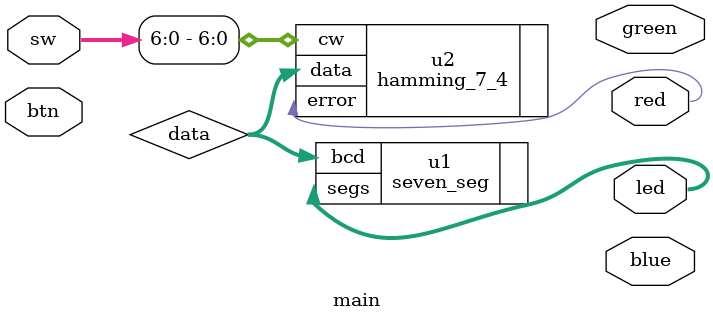
<source format=v>

module main(
    input [7:0] sw,
    input [3:0] btn,
    output [6:0] led,
    output red, green, blue
);
    wire [3:0] data;
    //detect_error u2(.cw(sw), .error(red));
    hamming_7_4 u2(.cw(sw[6:0]), .error(red), .data(data));
    seven_seg u1(.bcd(data), .segs(led));

endmodule
</source>
